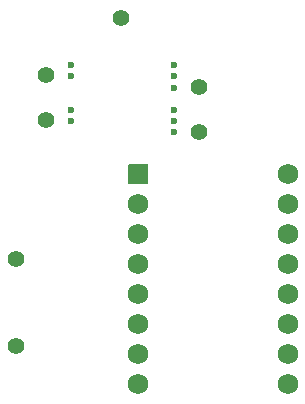
<source format=gbs>
G04 #@! TF.GenerationSoftware,KiCad,Pcbnew,7.0.9-7.0.9~ubuntu22.04.1*
G04 #@! TF.CreationDate,2023-12-29T17:38:48+00:00*
G04 #@! TF.ProjectId,driver_test,64726976-6572-45f7-9465-73742e6b6963,rev?*
G04 #@! TF.SameCoordinates,Original*
G04 #@! TF.FileFunction,Soldermask,Bot*
G04 #@! TF.FilePolarity,Negative*
%FSLAX46Y46*%
G04 Gerber Fmt 4.6, Leading zero omitted, Abs format (unit mm)*
G04 Created by KiCad (PCBNEW 7.0.9-7.0.9~ubuntu22.04.1) date 2023-12-29 17:38:48*
%MOMM*%
%LPD*%
G01*
G04 APERTURE LIST*
%ADD10C,1.400000*%
%ADD11C,0.600000*%
%ADD12C,1.734000*%
G04 APERTURE END LIST*
D10*
G04 #@! TO.C,IN_KNOCK2*
X7763000Y27485002D03*
G04 #@! TD*
D11*
G04 #@! TO.C,M1*
X18588000Y28284003D03*
X18588000Y27334003D03*
X18588000Y26384005D03*
X9888000Y27384003D03*
X9888000Y28284003D03*
G04 #@! TD*
D10*
G04 #@! TO.C,IN_KNOCK1*
X7763000Y23675002D03*
G04 #@! TD*
G04 #@! TO.C,OUT_KNOCK1*
X20717000Y22659002D03*
G04 #@! TD*
D11*
G04 #@! TO.C,M2*
X18588000Y24496000D03*
X18588000Y23546000D03*
X18588000Y22596002D03*
X9888000Y23596000D03*
X9888000Y24496000D03*
G04 #@! TD*
D10*
G04 #@! TO.C,OUT_KNOCK2*
X20717000Y26469002D03*
G04 #@! TD*
G04 #@! TO.C,PPS2_CPU1*
X5155000Y4520000D03*
G04 #@! TD*
G04 #@! TO.C,5V_IN1*
X14063000Y32311002D03*
G04 #@! TD*
G04 #@! TO.C,TPS2_CPU1*
X5185000Y11860000D03*
G04 #@! TD*
G04 #@! TO.C,U1*
G36*
G01*
X14668000Y18295000D02*
X14668000Y19825000D01*
G75*
G02*
X14770000Y19927000I102000J0D01*
G01*
X16300000Y19927000D01*
G75*
G02*
X16402000Y19825000I0J-102000D01*
G01*
X16402000Y18295000D01*
G75*
G02*
X16300000Y18193000I-102000J0D01*
G01*
X14770000Y18193000D01*
G75*
G02*
X14668000Y18295000I0J102000D01*
G01*
G37*
D12*
X15535000Y16520000D03*
X15535000Y13980000D03*
X15535000Y11440000D03*
X15535000Y8900000D03*
X15535000Y6360000D03*
X15535000Y3820000D03*
X15535000Y1280000D03*
X28235000Y1280000D03*
X28235000Y3820000D03*
X28235000Y6360000D03*
X28235000Y8900000D03*
X28235000Y11440000D03*
X28235000Y13980000D03*
X28235000Y16520000D03*
X28235000Y19060000D03*
G04 #@! TD*
M02*

</source>
